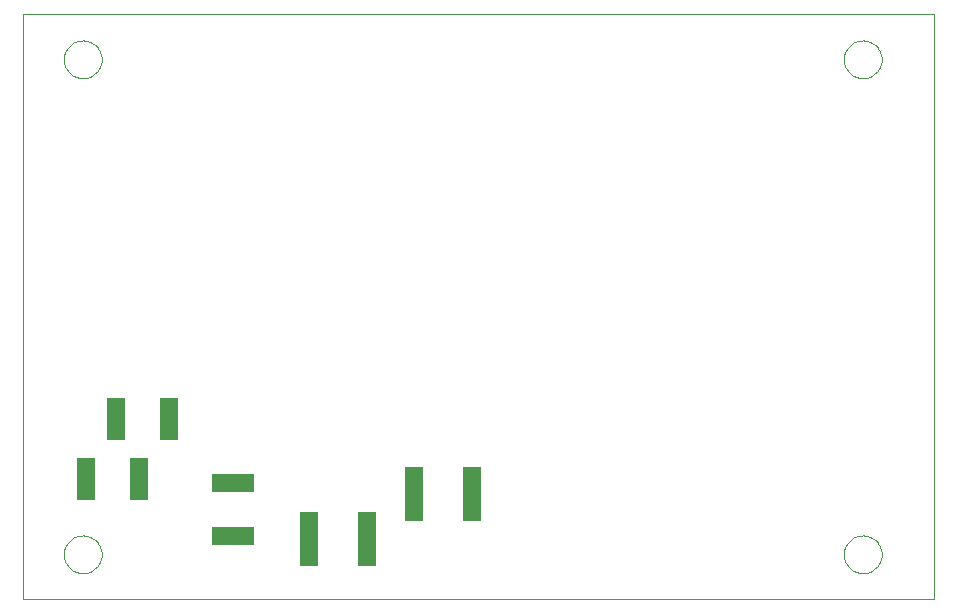
<source format=gbp>
G75*
%MOIN*%
%OFA0B0*%
%FSLAX24Y24*%
%IPPOS*%
%LPD*%
%AMOC8*
5,1,8,0,0,1.08239X$1,22.5*
%
%ADD10C,0.0000*%
%ADD11R,0.0591X0.1417*%
%ADD12R,0.0591X0.1811*%
%ADD13R,0.1417X0.0591*%
D10*
X000180Y000680D02*
X000180Y020176D01*
X030550Y020176D01*
X030550Y000680D01*
X000180Y000680D01*
X001550Y002180D02*
X001552Y002230D01*
X001558Y002280D01*
X001568Y002329D01*
X001582Y002377D01*
X001599Y002424D01*
X001620Y002469D01*
X001645Y002513D01*
X001673Y002554D01*
X001705Y002593D01*
X001739Y002630D01*
X001776Y002664D01*
X001816Y002694D01*
X001858Y002721D01*
X001902Y002745D01*
X001948Y002766D01*
X001995Y002782D01*
X002043Y002795D01*
X002093Y002804D01*
X002142Y002809D01*
X002193Y002810D01*
X002243Y002807D01*
X002292Y002800D01*
X002341Y002789D01*
X002389Y002774D01*
X002435Y002756D01*
X002480Y002734D01*
X002523Y002708D01*
X002564Y002679D01*
X002603Y002647D01*
X002639Y002612D01*
X002671Y002574D01*
X002701Y002534D01*
X002728Y002491D01*
X002751Y002447D01*
X002770Y002401D01*
X002786Y002353D01*
X002798Y002304D01*
X002806Y002255D01*
X002810Y002205D01*
X002810Y002155D01*
X002806Y002105D01*
X002798Y002056D01*
X002786Y002007D01*
X002770Y001959D01*
X002751Y001913D01*
X002728Y001869D01*
X002701Y001826D01*
X002671Y001786D01*
X002639Y001748D01*
X002603Y001713D01*
X002564Y001681D01*
X002523Y001652D01*
X002480Y001626D01*
X002435Y001604D01*
X002389Y001586D01*
X002341Y001571D01*
X002292Y001560D01*
X002243Y001553D01*
X002193Y001550D01*
X002142Y001551D01*
X002093Y001556D01*
X002043Y001565D01*
X001995Y001578D01*
X001948Y001594D01*
X001902Y001615D01*
X001858Y001639D01*
X001816Y001666D01*
X001776Y001696D01*
X001739Y001730D01*
X001705Y001767D01*
X001673Y001806D01*
X001645Y001847D01*
X001620Y001891D01*
X001599Y001936D01*
X001582Y001983D01*
X001568Y002031D01*
X001558Y002080D01*
X001552Y002130D01*
X001550Y002180D01*
X001550Y018680D02*
X001552Y018730D01*
X001558Y018780D01*
X001568Y018829D01*
X001582Y018877D01*
X001599Y018924D01*
X001620Y018969D01*
X001645Y019013D01*
X001673Y019054D01*
X001705Y019093D01*
X001739Y019130D01*
X001776Y019164D01*
X001816Y019194D01*
X001858Y019221D01*
X001902Y019245D01*
X001948Y019266D01*
X001995Y019282D01*
X002043Y019295D01*
X002093Y019304D01*
X002142Y019309D01*
X002193Y019310D01*
X002243Y019307D01*
X002292Y019300D01*
X002341Y019289D01*
X002389Y019274D01*
X002435Y019256D01*
X002480Y019234D01*
X002523Y019208D01*
X002564Y019179D01*
X002603Y019147D01*
X002639Y019112D01*
X002671Y019074D01*
X002701Y019034D01*
X002728Y018991D01*
X002751Y018947D01*
X002770Y018901D01*
X002786Y018853D01*
X002798Y018804D01*
X002806Y018755D01*
X002810Y018705D01*
X002810Y018655D01*
X002806Y018605D01*
X002798Y018556D01*
X002786Y018507D01*
X002770Y018459D01*
X002751Y018413D01*
X002728Y018369D01*
X002701Y018326D01*
X002671Y018286D01*
X002639Y018248D01*
X002603Y018213D01*
X002564Y018181D01*
X002523Y018152D01*
X002480Y018126D01*
X002435Y018104D01*
X002389Y018086D01*
X002341Y018071D01*
X002292Y018060D01*
X002243Y018053D01*
X002193Y018050D01*
X002142Y018051D01*
X002093Y018056D01*
X002043Y018065D01*
X001995Y018078D01*
X001948Y018094D01*
X001902Y018115D01*
X001858Y018139D01*
X001816Y018166D01*
X001776Y018196D01*
X001739Y018230D01*
X001705Y018267D01*
X001673Y018306D01*
X001645Y018347D01*
X001620Y018391D01*
X001599Y018436D01*
X001582Y018483D01*
X001568Y018531D01*
X001558Y018580D01*
X001552Y018630D01*
X001550Y018680D01*
X027550Y018680D02*
X027552Y018730D01*
X027558Y018780D01*
X027568Y018829D01*
X027582Y018877D01*
X027599Y018924D01*
X027620Y018969D01*
X027645Y019013D01*
X027673Y019054D01*
X027705Y019093D01*
X027739Y019130D01*
X027776Y019164D01*
X027816Y019194D01*
X027858Y019221D01*
X027902Y019245D01*
X027948Y019266D01*
X027995Y019282D01*
X028043Y019295D01*
X028093Y019304D01*
X028142Y019309D01*
X028193Y019310D01*
X028243Y019307D01*
X028292Y019300D01*
X028341Y019289D01*
X028389Y019274D01*
X028435Y019256D01*
X028480Y019234D01*
X028523Y019208D01*
X028564Y019179D01*
X028603Y019147D01*
X028639Y019112D01*
X028671Y019074D01*
X028701Y019034D01*
X028728Y018991D01*
X028751Y018947D01*
X028770Y018901D01*
X028786Y018853D01*
X028798Y018804D01*
X028806Y018755D01*
X028810Y018705D01*
X028810Y018655D01*
X028806Y018605D01*
X028798Y018556D01*
X028786Y018507D01*
X028770Y018459D01*
X028751Y018413D01*
X028728Y018369D01*
X028701Y018326D01*
X028671Y018286D01*
X028639Y018248D01*
X028603Y018213D01*
X028564Y018181D01*
X028523Y018152D01*
X028480Y018126D01*
X028435Y018104D01*
X028389Y018086D01*
X028341Y018071D01*
X028292Y018060D01*
X028243Y018053D01*
X028193Y018050D01*
X028142Y018051D01*
X028093Y018056D01*
X028043Y018065D01*
X027995Y018078D01*
X027948Y018094D01*
X027902Y018115D01*
X027858Y018139D01*
X027816Y018166D01*
X027776Y018196D01*
X027739Y018230D01*
X027705Y018267D01*
X027673Y018306D01*
X027645Y018347D01*
X027620Y018391D01*
X027599Y018436D01*
X027582Y018483D01*
X027568Y018531D01*
X027558Y018580D01*
X027552Y018630D01*
X027550Y018680D01*
X027550Y002180D02*
X027552Y002230D01*
X027558Y002280D01*
X027568Y002329D01*
X027582Y002377D01*
X027599Y002424D01*
X027620Y002469D01*
X027645Y002513D01*
X027673Y002554D01*
X027705Y002593D01*
X027739Y002630D01*
X027776Y002664D01*
X027816Y002694D01*
X027858Y002721D01*
X027902Y002745D01*
X027948Y002766D01*
X027995Y002782D01*
X028043Y002795D01*
X028093Y002804D01*
X028142Y002809D01*
X028193Y002810D01*
X028243Y002807D01*
X028292Y002800D01*
X028341Y002789D01*
X028389Y002774D01*
X028435Y002756D01*
X028480Y002734D01*
X028523Y002708D01*
X028564Y002679D01*
X028603Y002647D01*
X028639Y002612D01*
X028671Y002574D01*
X028701Y002534D01*
X028728Y002491D01*
X028751Y002447D01*
X028770Y002401D01*
X028786Y002353D01*
X028798Y002304D01*
X028806Y002255D01*
X028810Y002205D01*
X028810Y002155D01*
X028806Y002105D01*
X028798Y002056D01*
X028786Y002007D01*
X028770Y001959D01*
X028751Y001913D01*
X028728Y001869D01*
X028701Y001826D01*
X028671Y001786D01*
X028639Y001748D01*
X028603Y001713D01*
X028564Y001681D01*
X028523Y001652D01*
X028480Y001626D01*
X028435Y001604D01*
X028389Y001586D01*
X028341Y001571D01*
X028292Y001560D01*
X028243Y001553D01*
X028193Y001550D01*
X028142Y001551D01*
X028093Y001556D01*
X028043Y001565D01*
X027995Y001578D01*
X027948Y001594D01*
X027902Y001615D01*
X027858Y001639D01*
X027816Y001666D01*
X027776Y001696D01*
X027739Y001730D01*
X027705Y001767D01*
X027673Y001806D01*
X027645Y001847D01*
X027620Y001891D01*
X027599Y001936D01*
X027582Y001983D01*
X027568Y002031D01*
X027558Y002080D01*
X027552Y002130D01*
X027550Y002180D01*
D11*
X005066Y006680D03*
X003294Y006680D03*
X004066Y004680D03*
X002294Y004680D03*
D12*
X009715Y002680D03*
X011645Y002680D03*
X013215Y004180D03*
X015145Y004180D03*
D13*
X007180Y004566D03*
X007180Y002794D03*
M02*

</source>
